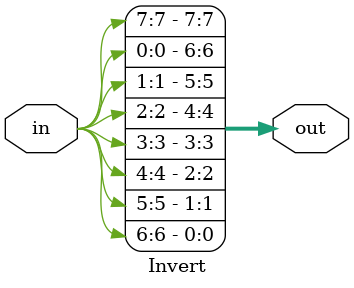
<source format=v>
`timescale 1ns / 1ps
module Invert(//½«Ã¿8Î»µÄÊý¾Ý·´Ïò´æ´¢
	input wire [7:0]in,
	output wire [7:0]out
    );
	 
	 assign out[0]=in[6];
	 assign out[1]=in[5];
	 assign out[2]=in[4];
	 assign out[3]=in[3];
	 assign out[4]=in[2];
	 assign out[5]=in[1];
	 assign out[6]=in[0];
	 assign out[7]=in[7];
	 


endmodule

</source>
